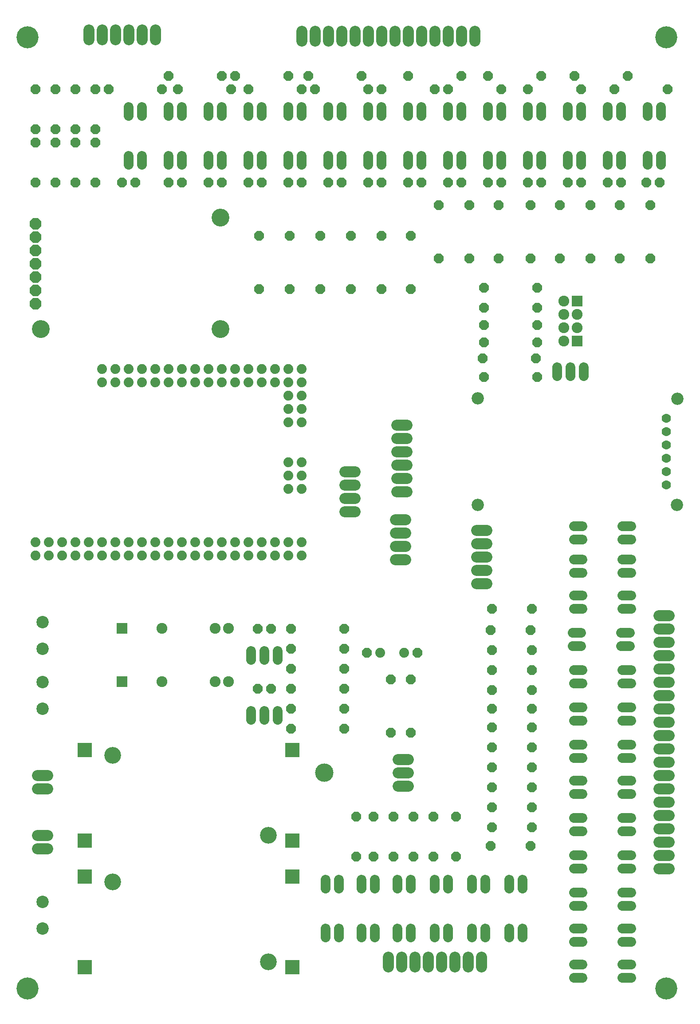
<source format=gbr>
G04 EAGLE Gerber RS-274X export*
G75*
%MOMM*%
%FSLAX34Y34*%
%LPD*%
%INSoldermask Bottom*%
%IPPOS*%
%AMOC8*
5,1,8,0,0,1.08239X$1,22.5*%
G01*
%ADD10P,2.034460X8X22.500000*%
%ADD11C,1.879600*%
%ADD12P,2.034460X8X202.500000*%
%ADD13C,2.082800*%
%ADD14C,3.505200*%
%ADD15C,2.066800*%
%ADD16R,2.066800X2.066800*%
%ADD17C,1.879600*%
%ADD18P,2.034460X8X292.500000*%
%ADD19P,2.034460X8X112.500000*%
%ADD20R,2.703200X2.703200*%
%ADD21C,3.203200*%
%ADD22C,3.403200*%
%ADD23P,2.453562X8X202.500000*%
%ADD24C,2.366800*%
%ADD25C,4.203200*%
%ADD26C,1.766800*%
%ADD27C,2.353200*%


D10*
X767080Y640080D03*
D11*
X741680Y640080D03*
D12*
X670560Y640080D03*
D11*
X695960Y640080D03*
D13*
X729742Y386080D02*
X748538Y386080D01*
X748538Y411480D02*
X729742Y411480D01*
X729742Y436880D02*
X748538Y436880D01*
D14*
X589280Y411480D03*
D13*
X596900Y1806702D02*
X596900Y1825498D01*
X571500Y1825498D02*
X571500Y1806702D01*
X546100Y1806702D02*
X546100Y1825498D01*
X622300Y1825498D02*
X622300Y1806702D01*
X647700Y1806702D02*
X647700Y1825498D01*
X673100Y1825498D02*
X673100Y1806702D01*
X698500Y1806702D02*
X698500Y1825498D01*
X723900Y1825498D02*
X723900Y1806702D01*
X749300Y1806702D02*
X749300Y1825498D01*
X774700Y1825498D02*
X774700Y1806702D01*
X800100Y1806702D02*
X800100Y1825498D01*
X825500Y1825498D02*
X825500Y1806702D01*
X850900Y1806702D02*
X850900Y1825498D01*
X876300Y1825498D02*
X876300Y1806702D01*
X879602Y772160D02*
X898398Y772160D01*
X898398Y797560D02*
X879602Y797560D01*
X879602Y822960D02*
X898398Y822960D01*
X898398Y848360D02*
X879602Y848360D01*
X879602Y873760D02*
X898398Y873760D01*
X646938Y909320D02*
X628142Y909320D01*
X628142Y934720D02*
X646938Y934720D01*
X646938Y960120D02*
X628142Y960120D01*
X628142Y985520D02*
X646938Y985520D01*
X724662Y817880D02*
X743458Y817880D01*
X743458Y843280D02*
X724662Y843280D01*
X724662Y868680D02*
X743458Y868680D01*
X743458Y894080D02*
X724662Y894080D01*
X727202Y1074420D02*
X745998Y1074420D01*
X745998Y1049020D02*
X727202Y1049020D01*
X727202Y1023620D02*
X745998Y1023620D01*
X745998Y998220D02*
X727202Y998220D01*
X727202Y972820D02*
X745998Y972820D01*
X745998Y947420D02*
X727202Y947420D01*
D15*
X406400Y585500D03*
X381000Y585500D03*
X279400Y585500D03*
D16*
X203200Y585500D03*
D15*
X406400Y687100D03*
X381000Y687100D03*
X279400Y687100D03*
D16*
X203200Y687100D03*
D12*
X487680Y571500D03*
X462280Y571500D03*
D10*
X1203960Y1536700D03*
X1229360Y1536700D03*
X1130300Y1536700D03*
X1155700Y1536700D03*
X1054100Y1536700D03*
X1079500Y1536700D03*
X977900Y1536700D03*
X1003300Y1536700D03*
X901700Y1536700D03*
X927100Y1536700D03*
X825500Y1536700D03*
X850900Y1536700D03*
X749300Y1536700D03*
X774700Y1536700D03*
D12*
X487680Y685800D03*
X462280Y685800D03*
D10*
X673100Y1536700D03*
X698500Y1536700D03*
X596900Y1536700D03*
X622300Y1536700D03*
X520700Y1536700D03*
X546100Y1536700D03*
X444500Y1536700D03*
X469900Y1536700D03*
X368300Y1536700D03*
X393700Y1536700D03*
X292100Y1536700D03*
X317500Y1536700D03*
X203200Y1536700D03*
X228600Y1536700D03*
D11*
X38100Y850900D03*
X38100Y825500D03*
X63500Y850900D03*
X63500Y825500D03*
X88900Y825500D03*
X88900Y850900D03*
X114300Y850900D03*
X114300Y825500D03*
X139700Y825500D03*
X139700Y850900D03*
X165100Y850900D03*
X165100Y825500D03*
X190500Y825500D03*
X215900Y825500D03*
X241300Y825500D03*
X266700Y825500D03*
X292100Y825500D03*
X317500Y825500D03*
X342900Y825500D03*
X368300Y825500D03*
X393700Y825500D03*
X419100Y825500D03*
X190500Y850900D03*
X215900Y850900D03*
X241300Y850900D03*
X266700Y850900D03*
X292100Y850900D03*
X317500Y850900D03*
X342900Y850900D03*
X368300Y850900D03*
X393700Y850900D03*
X419100Y850900D03*
X444500Y825500D03*
X469900Y825500D03*
X495300Y825500D03*
X520700Y825500D03*
X546100Y825500D03*
X546100Y850900D03*
X520700Y850900D03*
X495300Y850900D03*
X469900Y850900D03*
X444500Y850900D03*
X165100Y1155700D03*
X165100Y1181100D03*
X190500Y1181100D03*
X190500Y1155700D03*
X215900Y1155700D03*
X215900Y1181100D03*
X241300Y1181100D03*
X241300Y1155700D03*
X266700Y1181100D03*
X266700Y1155700D03*
X292100Y1181100D03*
X292100Y1155700D03*
X317500Y1181100D03*
X317500Y1155700D03*
X342900Y1181100D03*
X342900Y1155700D03*
X368300Y1181100D03*
X368300Y1155700D03*
X393700Y1181100D03*
X393700Y1155700D03*
X419100Y1181100D03*
X419100Y1155700D03*
X444500Y1181100D03*
X444500Y1155700D03*
X469900Y1181100D03*
X469900Y1155700D03*
X495300Y1181100D03*
X495300Y1155700D03*
X520700Y1181100D03*
X520700Y1155700D03*
X546100Y1181100D03*
X546100Y1155700D03*
X546100Y1130300D03*
X520700Y1130300D03*
X520700Y1104900D03*
X546100Y1104900D03*
X546100Y1079500D03*
X520700Y1079500D03*
X520700Y952500D03*
X546100Y952500D03*
X520700Y977900D03*
X520700Y1003300D03*
X546100Y1003300D03*
X546100Y977900D03*
D17*
X1065276Y182880D02*
X1082040Y182880D01*
X1082040Y157480D02*
X1065276Y157480D01*
X1158240Y157480D02*
X1175004Y157480D01*
X1175004Y182880D02*
X1158240Y182880D01*
X1082040Y254000D02*
X1065276Y254000D01*
X1065276Y228600D02*
X1082040Y228600D01*
X1158240Y228600D02*
X1175004Y228600D01*
X1175004Y254000D02*
X1158240Y254000D01*
X1082040Y325120D02*
X1065276Y325120D01*
X1065276Y299720D02*
X1082040Y299720D01*
X1158240Y299720D02*
X1175004Y299720D01*
X1175004Y325120D02*
X1158240Y325120D01*
X1082040Y396240D02*
X1065276Y396240D01*
X1065276Y370840D02*
X1082040Y370840D01*
X1158240Y370840D02*
X1175004Y370840D01*
X1175004Y396240D02*
X1158240Y396240D01*
X1082040Y464820D02*
X1065276Y464820D01*
X1065276Y439420D02*
X1082040Y439420D01*
X1158240Y439420D02*
X1175004Y439420D01*
X1175004Y464820D02*
X1158240Y464820D01*
X1082040Y535940D02*
X1065276Y535940D01*
X1065276Y510540D02*
X1082040Y510540D01*
X1158240Y510540D02*
X1175004Y510540D01*
X1175004Y535940D02*
X1158240Y535940D01*
X1082040Y607060D02*
X1065276Y607060D01*
X1065276Y581660D02*
X1082040Y581660D01*
X1158240Y581660D02*
X1175004Y581660D01*
X1175004Y607060D02*
X1158240Y607060D01*
X1079500Y678180D02*
X1062736Y678180D01*
X1062736Y652780D02*
X1079500Y652780D01*
X1155700Y652780D02*
X1172464Y652780D01*
X1172464Y678180D02*
X1155700Y678180D01*
X1082040Y749300D02*
X1065276Y749300D01*
X1065276Y723900D02*
X1082040Y723900D01*
X1158240Y723900D02*
X1175004Y723900D01*
X1175004Y749300D02*
X1158240Y749300D01*
X1082040Y817880D02*
X1065276Y817880D01*
X1065276Y792480D02*
X1082040Y792480D01*
X1158240Y792480D02*
X1175004Y792480D01*
X1175004Y817880D02*
X1158240Y817880D01*
X1082040Y881380D02*
X1065276Y881380D01*
X1065276Y855980D02*
X1082040Y855980D01*
X1158240Y855980D02*
X1175004Y855980D01*
X1175004Y881380D02*
X1158240Y881380D01*
X1082040Y45720D02*
X1065276Y45720D01*
X1065276Y20320D02*
X1082040Y20320D01*
X1158240Y20320D02*
X1175004Y20320D01*
X1175004Y45720D02*
X1158240Y45720D01*
X1082040Y114300D02*
X1065276Y114300D01*
X1065276Y88900D02*
X1082040Y88900D01*
X1158240Y88900D02*
X1175004Y88900D01*
X1175004Y114300D02*
X1158240Y114300D01*
X685800Y190500D02*
X685800Y207264D01*
X660400Y207264D02*
X660400Y190500D01*
X660400Y114300D02*
X660400Y97536D01*
X685800Y97536D02*
X685800Y114300D01*
X754380Y190500D02*
X754380Y207264D01*
X728980Y207264D02*
X728980Y190500D01*
X728980Y114300D02*
X728980Y97536D01*
X754380Y97536D02*
X754380Y114300D01*
X825500Y190500D02*
X825500Y207264D01*
X800100Y207264D02*
X800100Y190500D01*
X800100Y114300D02*
X800100Y97536D01*
X825500Y97536D02*
X825500Y114300D01*
X896620Y190500D02*
X896620Y207264D01*
X871220Y207264D02*
X871220Y190500D01*
X871220Y114300D02*
X871220Y97536D01*
X896620Y97536D02*
X896620Y114300D01*
X967740Y190500D02*
X967740Y207264D01*
X942340Y207264D02*
X942340Y190500D01*
X942340Y114300D02*
X942340Y97536D01*
X967740Y97536D02*
X967740Y114300D01*
X617220Y190500D02*
X617220Y207264D01*
X591820Y207264D02*
X591820Y190500D01*
X591820Y114300D02*
X591820Y97536D01*
X617220Y97536D02*
X617220Y114300D01*
X1206500Y1570736D02*
X1206500Y1587500D01*
X1231900Y1587500D02*
X1231900Y1570736D01*
X1231900Y1663700D02*
X1231900Y1680464D01*
X1206500Y1680464D02*
X1206500Y1663700D01*
X1130300Y1587500D02*
X1130300Y1570736D01*
X1155700Y1570736D02*
X1155700Y1587500D01*
X1155700Y1663700D02*
X1155700Y1680464D01*
X1130300Y1680464D02*
X1130300Y1663700D01*
X1054100Y1587500D02*
X1054100Y1570736D01*
X1079500Y1570736D02*
X1079500Y1587500D01*
X1079500Y1663700D02*
X1079500Y1680464D01*
X1054100Y1680464D02*
X1054100Y1663700D01*
X977900Y1587500D02*
X977900Y1570736D01*
X1003300Y1570736D02*
X1003300Y1587500D01*
X1003300Y1663700D02*
X1003300Y1680464D01*
X977900Y1680464D02*
X977900Y1663700D01*
X901700Y1587500D02*
X901700Y1570736D01*
X927100Y1570736D02*
X927100Y1587500D01*
X927100Y1663700D02*
X927100Y1680464D01*
X901700Y1680464D02*
X901700Y1663700D01*
X825500Y1587500D02*
X825500Y1570736D01*
X850900Y1570736D02*
X850900Y1587500D01*
X850900Y1663700D02*
X850900Y1680464D01*
X825500Y1680464D02*
X825500Y1663700D01*
X749300Y1587500D02*
X749300Y1570736D01*
X774700Y1570736D02*
X774700Y1587500D01*
X774700Y1663700D02*
X774700Y1680464D01*
X749300Y1680464D02*
X749300Y1663700D01*
X673100Y1587500D02*
X673100Y1570736D01*
X698500Y1570736D02*
X698500Y1587500D01*
X698500Y1663700D02*
X698500Y1680464D01*
X673100Y1680464D02*
X673100Y1663700D01*
X596900Y1587500D02*
X596900Y1570736D01*
X622300Y1570736D02*
X622300Y1587500D01*
X622300Y1663700D02*
X622300Y1680464D01*
X596900Y1680464D02*
X596900Y1663700D01*
X520700Y1587500D02*
X520700Y1570736D01*
X546100Y1570736D02*
X546100Y1587500D01*
X546100Y1663700D02*
X546100Y1680464D01*
X520700Y1680464D02*
X520700Y1663700D01*
X444500Y1587500D02*
X444500Y1570736D01*
X469900Y1570736D02*
X469900Y1587500D01*
X469900Y1663700D02*
X469900Y1680464D01*
X444500Y1680464D02*
X444500Y1663700D01*
X368300Y1587500D02*
X368300Y1570736D01*
X393700Y1570736D02*
X393700Y1587500D01*
X393700Y1663700D02*
X393700Y1680464D01*
X368300Y1680464D02*
X368300Y1663700D01*
X292100Y1587500D02*
X292100Y1570736D01*
X317500Y1570736D02*
X317500Y1587500D01*
X317500Y1663700D02*
X317500Y1680464D01*
X292100Y1680464D02*
X292100Y1663700D01*
X215900Y1587500D02*
X215900Y1570736D01*
X241300Y1570736D02*
X241300Y1587500D01*
X241300Y1663700D02*
X241300Y1680464D01*
X215900Y1680464D02*
X215900Y1663700D01*
D18*
X754380Y589280D03*
X754380Y487680D03*
D19*
X152400Y1536700D03*
X152400Y1612900D03*
X114300Y1638300D03*
X114300Y1714500D03*
X114300Y1536700D03*
X114300Y1612900D03*
X76200Y1638300D03*
X76200Y1714500D03*
X76200Y1536700D03*
X76200Y1612900D03*
X38100Y1638300D03*
X38100Y1714500D03*
X38100Y1536700D03*
X38100Y1612900D03*
D12*
X627380Y495300D03*
X525780Y495300D03*
D10*
X525780Y533400D03*
X627380Y533400D03*
X525780Y571500D03*
X627380Y571500D03*
D19*
X716280Y487680D03*
X716280Y589280D03*
D12*
X627380Y609600D03*
X525780Y609600D03*
D10*
X525780Y647700D03*
X627380Y647700D03*
X525780Y685800D03*
X627380Y685800D03*
D12*
X1244600Y1714500D03*
X1143000Y1714500D03*
X995680Y1264920D03*
X894080Y1264920D03*
D10*
X894080Y1231900D03*
X995680Y1231900D03*
D12*
X995680Y1297940D03*
X894080Y1297940D03*
D10*
X909320Y345440D03*
X985520Y345440D03*
X909320Y307340D03*
X985520Y307340D03*
X909320Y383540D03*
X985520Y383540D03*
X909320Y421640D03*
X985520Y421640D03*
X909320Y459740D03*
X985520Y459740D03*
X909320Y497840D03*
X985520Y497840D03*
X909320Y533400D03*
X985520Y533400D03*
X894080Y1336040D03*
X995680Y1336040D03*
X909320Y568960D03*
X985520Y568960D03*
X909320Y607060D03*
X985520Y607060D03*
X909320Y645160D03*
X985520Y645160D03*
X906780Y683260D03*
X982980Y683260D03*
X909320Y723900D03*
X985520Y723900D03*
X906780Y271780D03*
X982980Y271780D03*
D18*
X683260Y327660D03*
X683260Y251460D03*
X650240Y327660D03*
X650240Y251460D03*
X721360Y327660D03*
X721360Y251460D03*
X759460Y327660D03*
X759460Y251460D03*
D12*
X995680Y1165860D03*
X894080Y1165860D03*
D18*
X797560Y327660D03*
X797560Y251460D03*
X840740Y327660D03*
X840740Y251460D03*
D19*
X1211580Y1391920D03*
X1211580Y1493520D03*
D12*
X1168400Y1739900D03*
X1066800Y1739900D03*
D19*
X1153160Y1391920D03*
X1153160Y1493520D03*
D12*
X1079500Y1714500D03*
X977900Y1714500D03*
D19*
X1097280Y1391920D03*
X1097280Y1493520D03*
D12*
X1003300Y1739900D03*
X901700Y1739900D03*
D19*
X1038860Y1391920D03*
X1038860Y1493520D03*
D12*
X927100Y1714500D03*
X825500Y1714500D03*
D10*
X891540Y1201420D03*
X993140Y1201420D03*
D19*
X982980Y1391920D03*
X982980Y1493520D03*
D12*
X850900Y1739900D03*
X749300Y1739900D03*
D19*
X922020Y1391920D03*
X922020Y1493520D03*
D12*
X800100Y1714500D03*
X698500Y1714500D03*
D19*
X866140Y1391920D03*
X866140Y1493520D03*
D10*
X571500Y1714500D03*
X673100Y1714500D03*
D19*
X807720Y1391920D03*
X807720Y1493520D03*
D10*
X558800Y1739900D03*
X660400Y1739900D03*
D19*
X754380Y1333500D03*
X754380Y1435100D03*
D10*
X444500Y1714500D03*
X546100Y1714500D03*
D19*
X152400Y1638300D03*
X152400Y1714500D03*
X698500Y1333500D03*
X698500Y1435100D03*
D10*
X419100Y1739900D03*
X520700Y1739900D03*
D19*
X640080Y1333500D03*
X640080Y1435100D03*
D10*
X309880Y1714500D03*
X411480Y1714500D03*
D19*
X581660Y1333500D03*
X581660Y1435100D03*
D10*
X292100Y1739900D03*
X393700Y1739900D03*
D19*
X523240Y1333500D03*
X523240Y1435100D03*
D10*
X177800Y1714500D03*
X279400Y1714500D03*
D19*
X464820Y1333500D03*
X464820Y1435100D03*
D17*
X1033780Y1184402D02*
X1033780Y1167638D01*
X1084580Y1167638D02*
X1084580Y1184402D01*
X1059180Y1184402D02*
X1059180Y1167638D01*
X449580Y529082D02*
X449580Y512318D01*
X500380Y512318D02*
X500380Y529082D01*
X474980Y529082D02*
X474980Y512318D01*
X449580Y626618D02*
X449580Y643382D01*
X500380Y643382D02*
X500380Y626618D01*
X474980Y626618D02*
X474980Y643382D01*
D20*
X132080Y213360D03*
X132080Y40640D03*
X528320Y40640D03*
X528320Y213360D03*
D21*
X185420Y203200D03*
X482600Y50800D03*
D16*
X1071880Y1310640D03*
D15*
X1071880Y1285240D03*
X1071880Y1259840D03*
X1046480Y1259840D03*
X1046480Y1285240D03*
X1046480Y1310640D03*
X1046480Y1234440D03*
D16*
X1071880Y1234440D03*
D20*
X132080Y454660D03*
X132080Y281940D03*
X528320Y281940D03*
X528320Y454660D03*
D21*
X185420Y444500D03*
X482600Y292100D03*
D22*
X390400Y1257300D03*
X390400Y1469900D03*
D23*
X38100Y1306200D03*
X38100Y1331600D03*
X38100Y1357000D03*
X38100Y1382400D03*
X38100Y1407800D03*
X38100Y1433200D03*
X38100Y1458600D03*
D22*
X47500Y1257300D03*
D24*
X51050Y165311D03*
X51050Y114511D03*
X51050Y584411D03*
X51050Y533611D03*
X51050Y698711D03*
X51050Y647911D03*
D13*
X1227582Y279400D02*
X1246378Y279400D01*
X1246378Y254000D02*
X1227582Y254000D01*
X1227582Y228600D02*
X1246378Y228600D01*
X1246378Y304800D02*
X1227582Y304800D01*
X1227582Y330200D02*
X1246378Y330200D01*
X1246378Y355600D02*
X1227582Y355600D01*
X1227582Y381000D02*
X1246378Y381000D01*
X1246378Y406400D02*
X1227582Y406400D01*
X1227582Y431800D02*
X1246378Y431800D01*
X1246378Y457200D02*
X1227582Y457200D01*
X1227582Y482600D02*
X1246378Y482600D01*
X1246378Y508000D02*
X1227582Y508000D01*
X1227582Y533400D02*
X1246378Y533400D01*
X1246378Y558800D02*
X1227582Y558800D01*
X1227582Y584200D02*
X1246378Y584200D01*
X1246378Y609600D02*
X1227582Y609600D01*
X1227582Y635000D02*
X1246378Y635000D01*
X1246378Y660400D02*
X1227582Y660400D01*
X1227582Y685800D02*
X1246378Y685800D01*
X1246378Y711200D02*
X1227582Y711200D01*
X60198Y381000D02*
X41402Y381000D01*
X41402Y406400D02*
X60198Y406400D01*
X60198Y266700D02*
X41402Y266700D01*
X41402Y292100D02*
X60198Y292100D01*
X762000Y60198D02*
X762000Y41402D01*
X736600Y41402D02*
X736600Y60198D01*
X711200Y60198D02*
X711200Y41402D01*
X787400Y41402D02*
X787400Y60198D01*
X812800Y60198D02*
X812800Y41402D01*
X838200Y41402D02*
X838200Y60198D01*
X863600Y60198D02*
X863600Y41402D01*
X889000Y41402D02*
X889000Y60198D01*
X190500Y1809242D02*
X190500Y1828038D01*
X165100Y1828038D02*
X165100Y1809242D01*
X139700Y1809242D02*
X139700Y1828038D01*
X215900Y1828038D02*
X215900Y1809242D01*
X241300Y1809242D02*
X241300Y1828038D01*
X266700Y1828038D02*
X266700Y1809242D01*
D25*
X1242060Y1813560D03*
X22860Y0D03*
X1242060Y0D03*
X22860Y1813560D03*
D26*
X1242060Y960120D03*
X1242060Y985520D03*
X1242060Y1010920D03*
X1242060Y1036320D03*
X1242060Y1061720D03*
X1242060Y1087120D03*
D27*
X1262300Y922540D03*
X1262670Y1124550D03*
X881800Y922480D03*
X881800Y1125360D03*
M02*

</source>
